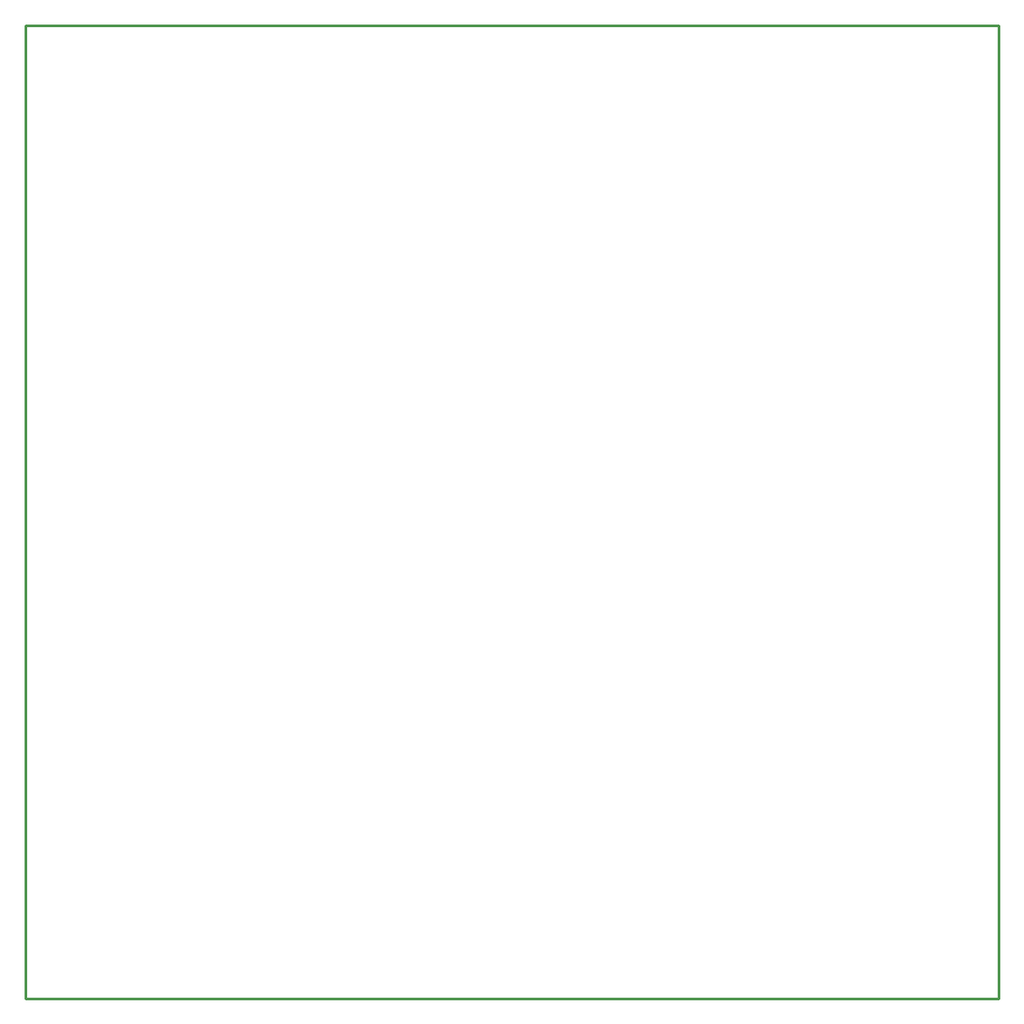
<source format=gko>
G75*
%MOIN*%
%OFA0B0*%
%FSLAX24Y24*%
%IPPOS*%
%LPD*%
%AMOC8*
5,1,8,0,0,1.08239X$1,22.5*
%
%ADD10C,0.0100*%
D10*
X013260Y016893D02*
X013260Y053893D01*
X050260Y053893D01*
X050260Y016893D01*
X013260Y016893D01*
M02*

</source>
